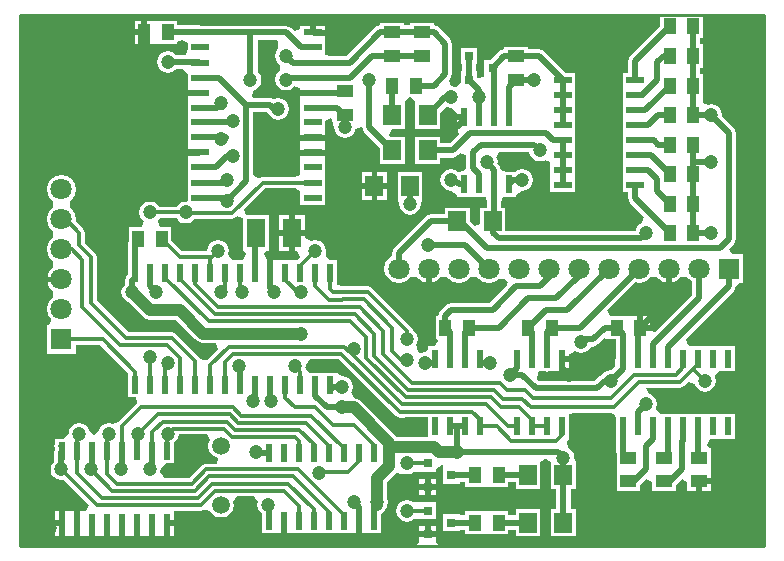
<source format=gtl>
G04 Layer_Physical_Order=1*
G04 Layer_Color=255*
%FSLAX42Y42*%
%MOMM*%
G71*
G01*
G75*
%ADD10R,1.00X1.40*%
%ADD11R,1.60X2.40*%
%ADD12R,0.60X1.50*%
%ADD13R,1.40X1.00*%
%ADD14R,1.50X1.70*%
%ADD15R,0.80X0.80*%
%ADD16R,1.50X0.60*%
%ADD17C,0.50*%
%ADD18C,0.30*%
%ADD19C,1.00*%
%ADD20C,0.80*%
%ADD21C,0.25*%
%ADD22R,1.80X1.80*%
%ADD23C,1.80*%
%ADD24C,1.50*%
%ADD25R,1.80X1.80*%
%ADD26C,1.20*%
G36*
X2187Y4275D02*
X2185Y4215D01*
X2165Y4185D01*
X2158Y4150D01*
X2165Y4115D01*
X2185Y4085D01*
X2196Y4078D01*
X2196Y4022D01*
X2185Y4015D01*
X2165Y3985D01*
X2158Y3950D01*
X2165Y3915D01*
X2185Y3885D01*
X2215Y3865D01*
X2250Y3858D01*
X2285Y3865D01*
X2315Y3885D01*
X2321Y3895D01*
X2371Y3879D01*
X2371Y3865D01*
X2476D01*
Y3815D01*
X2371D01*
Y3781D01*
X2371Y3731D01*
X2371Y3653D01*
X2371Y3603D01*
X2371Y3526D01*
X2371Y3484D01*
X2476D01*
X2581D01*
Y3519D01*
X2581Y3569D01*
Y3601D01*
X2631Y3627D01*
X2644Y3618D01*
X2650Y3570D01*
X2650D01*
X2663Y3525D01*
X2665Y3515D01*
X2685Y3485D01*
X2715Y3465D01*
X2750Y3458D01*
X2785Y3465D01*
X2815Y3485D01*
X2835Y3515D01*
X2838Y3531D01*
X2889Y3550D01*
X2891Y3548D01*
X2908Y3508D01*
X3045Y3371D01*
Y3235D01*
X3255D01*
Y3465D01*
X3137D01*
X3122Y3485D01*
X3146Y3535D01*
X3255D01*
Y3756D01*
X3260Y3769D01*
X3291Y3800D01*
X3309D01*
X3345Y3765D01*
X3345Y3750D01*
Y3535D01*
X3555D01*
Y3671D01*
X3606Y3721D01*
X3615Y3715D01*
X3650Y3708D01*
X3699Y3669D01*
Y3661D01*
X3760D01*
Y3611D01*
X3699D01*
Y3531D01*
X3699D01*
X3717Y3489D01*
X3638Y3410D01*
X3555D01*
Y3465D01*
X3345D01*
Y3235D01*
X3555D01*
Y3290D01*
X3662D01*
X3704Y3308D01*
X3725Y3329D01*
X3775Y3308D01*
Y3202D01*
X3756Y3174D01*
X3706Y3170D01*
X3685Y3185D01*
X3650Y3192D01*
X3615Y3185D01*
X3585Y3165D01*
X3565Y3135D01*
X3558Y3100D01*
X3565Y3065D01*
X3585Y3035D01*
X3615Y3015D01*
X3650Y3008D01*
X3699Y2969D01*
Y2959D01*
X3819D01*
X3819Y2959D01*
X3827D01*
Y2959D01*
X3869Y2959D01*
X3940D01*
X3954Y2912D01*
X3953Y2865D01*
X3895D01*
Y2730D01*
X3849Y2710D01*
X3805Y2754D01*
Y2865D01*
X3595D01*
Y2810D01*
X3475D01*
X3433Y2792D01*
X3164Y2523D01*
X3146Y2481D01*
Y2455D01*
X3119Y2437D01*
X3093Y2397D01*
X3084Y2350D01*
X3093Y2303D01*
X3119Y2263D01*
X3159Y2237D01*
X3206Y2228D01*
X3253Y2237D01*
X3293Y2263D01*
X3304Y2281D01*
X3362D01*
X3373Y2263D01*
X3413Y2237D01*
X3435Y2233D01*
Y2350D01*
X3485D01*
Y2233D01*
X3507Y2237D01*
X3547Y2263D01*
X3558Y2281D01*
X3616D01*
X3627Y2263D01*
X3667Y2237D01*
X3714Y2228D01*
X3761Y2237D01*
X3801Y2263D01*
X3812Y2281D01*
X3870D01*
X3881Y2263D01*
X3921Y2237D01*
X3968Y2228D01*
X4015Y2237D01*
X4055Y2263D01*
X4109Y2260D01*
X4130Y2234D01*
X4126Y2210D01*
X3975Y2060D01*
X3650D01*
X3608Y2042D01*
X3558Y1992D01*
X3540Y1950D01*
X3520D01*
Y1750D01*
X3530D01*
X3538Y1741D01*
X3514Y1691D01*
X3449D01*
Y1662D01*
X3425Y1642D01*
X3396Y1636D01*
X3384Y1638D01*
X3368Y1648D01*
X3355Y1708D01*
X3360Y1715D01*
X3367Y1750D01*
X3360Y1785D01*
X3340Y1815D01*
X3323Y1826D01*
X3309Y1859D01*
X2983Y2186D01*
X2949Y2200D01*
X2731D01*
X2685Y2211D01*
Y2421D01*
X2616D01*
X2591Y2456D01*
X2586Y2471D01*
X2592Y2500D01*
X2585Y2535D01*
X2565Y2565D01*
X2535Y2585D01*
X2500Y2592D01*
X2465Y2585D01*
X2460Y2582D01*
X2410Y2608D01*
Y2625D01*
X2325D01*
Y2500D01*
X2345D01*
X2366Y2452D01*
X2343Y2422D01*
X2305Y2421D01*
Y2421D01*
X2227D01*
X2184Y2421D01*
X2143Y2421D01*
Y2316D01*
X2093D01*
Y2421D01*
X2092D01*
X2066Y2471D01*
X2085Y2500D01*
X2110D01*
Y2800D01*
X1913D01*
X1892Y2850D01*
X2072Y3030D01*
X2329D01*
X2371Y3011D01*
X2371Y2968D01*
Y2892D01*
X2581D01*
Y2968D01*
X2581Y3011D01*
X2581Y3061D01*
X2581Y3138D01*
X2581Y3189D01*
X2581Y3265D01*
X2581Y3307D01*
X2476D01*
X2371D01*
Y3272D01*
X2371Y3222D01*
X2371Y3145D01*
X2329Y3127D01*
X2052D01*
X2025Y3116D01*
X1996Y3127D01*
X1975Y3141D01*
Y3675D01*
X2090D01*
X2100Y3666D01*
X2100Y3665D01*
X2120Y3635D01*
X2150Y3615D01*
X2185Y3608D01*
X2220Y3615D01*
X2250Y3635D01*
X2270Y3665D01*
X2277Y3700D01*
X2270Y3735D01*
X2250Y3765D01*
X2220Y3785D01*
X2185Y3792D01*
X2150Y3785D01*
X2146Y3782D01*
X2115Y3795D01*
X1968D01*
X1959Y3809D01*
X1983Y3865D01*
X1985Y3865D01*
X2015Y3885D01*
X2035Y3915D01*
X2042Y3950D01*
X2035Y3985D01*
X2015Y4015D01*
X2010Y4018D01*
Y4289D01*
X2176D01*
X2187Y4275D01*
D02*
G37*
G36*
X6300Y0D02*
X3558D01*
X3520Y30D01*
X3520Y50D01*
Y75D01*
X3450D01*
Y100D01*
D01*
Y75D01*
X3380D01*
Y50D01*
X3380Y30D01*
X3342Y0D01*
X0D01*
Y4500D01*
X5420D01*
Y4404D01*
X5359Y4343D01*
X5162Y4146D01*
X5144Y4104D01*
X5145Y4101D01*
Y4004D01*
X5100D01*
Y3885D01*
X5100Y3885D01*
Y3877D01*
X5100D01*
X5100Y3835D01*
Y3758D01*
X5100Y3758D01*
Y3750D01*
X5100D01*
X5100Y3708D01*
Y3631D01*
X5100Y3631D01*
Y3623D01*
X5100D01*
X5100Y3581D01*
Y3504D01*
X5100D01*
Y3496D01*
X5100D01*
Y3377D01*
X5100D01*
Y3369D01*
X5100D01*
Y3250D01*
X5100D01*
Y3242D01*
X5100D01*
Y3166D01*
X5100Y3123D01*
X5100D01*
Y3115D01*
X5100D01*
Y2995D01*
X5145D01*
Y2949D01*
X5144Y2946D01*
X5162Y2904D01*
X5278Y2788D01*
X5265Y2736D01*
X5262Y2733D01*
X5235Y2715D01*
X5215Y2685D01*
X5211Y2665D01*
X4105D01*
Y2865D01*
X4074D01*
X4073Y2912D01*
X4087Y2959D01*
X4124Y2959D01*
X4201D01*
Y2969D01*
X4250Y3008D01*
X4285Y3015D01*
X4315Y3035D01*
X4335Y3065D01*
X4342Y3100D01*
X4335Y3135D01*
X4315Y3165D01*
X4285Y3185D01*
X4250Y3192D01*
X4215Y3185D01*
X4192Y3169D01*
X4119D01*
X4073Y3186D01*
X4063Y3212D01*
X4056Y3229D01*
X4041Y3244D01*
X4042Y3250D01*
X4035Y3285D01*
X4031Y3290D01*
X4058Y3340D01*
X4310D01*
X4315Y3315D01*
X4335Y3285D01*
X4365Y3265D01*
X4400Y3258D01*
X4435Y3265D01*
X4440Y3269D01*
X4490Y3249D01*
Y3242D01*
X4490D01*
Y3123D01*
X4490D01*
Y3115D01*
X4490D01*
Y2995D01*
X4700D01*
Y3115D01*
X4700D01*
Y3123D01*
X4700D01*
Y3242D01*
X4700D01*
Y3250D01*
X4700D01*
Y3369D01*
X4700D01*
Y3377D01*
X4700D01*
Y3453D01*
X4700Y3496D01*
X4700D01*
Y3504D01*
X4700D01*
Y3623D01*
X4700D01*
Y3631D01*
X4700D01*
Y3750D01*
X4700D01*
Y3758D01*
X4700D01*
Y3877D01*
X4700D01*
Y3885D01*
X4700D01*
Y4004D01*
X4619D01*
X4432Y4192D01*
X4390Y4210D01*
X4300D01*
Y4230D01*
X4100D01*
Y4210D01*
X4058Y4192D01*
X3986Y4120D01*
X3930D01*
Y3980D01*
X3930D01*
X3929Y3976D01*
X3872Y3962D01*
X3870Y3964D01*
Y4020D01*
X3860D01*
Y4080D01*
X3870D01*
Y4220D01*
X3730D01*
Y4080D01*
X3740D01*
Y4020D01*
X3730D01*
Y3920D01*
X3690Y3890D01*
X3647Y3898D01*
X3627Y3943D01*
X3642Y3958D01*
X3660Y4000D01*
Y4250D01*
X3642Y4292D01*
X3542Y4392D01*
X3500Y4410D01*
Y4430D01*
X3300D01*
Y4410D01*
X3250D01*
Y4430D01*
X3050D01*
Y4410D01*
X3008Y4392D01*
X2770Y4154D01*
X2628D01*
X2581Y4162D01*
Y4238D01*
X2581Y4281D01*
X2581D01*
Y4288D01*
X2581D01*
Y4323D01*
X2476D01*
Y4348D01*
X2451D01*
Y4408D01*
X2371D01*
Y4378D01*
X2325Y4359D01*
X2294Y4391D01*
X2251Y4408D01*
X1629D01*
Y4408D01*
X1525D01*
X1522Y4410D01*
X1330D01*
Y4450D01*
X1180D01*
X1170Y4450D01*
X1130D01*
X1120Y4450D01*
X1075D01*
Y4350D01*
Y4250D01*
X1120D01*
X1130Y4250D01*
X1170D01*
X1180Y4250D01*
X1330D01*
Y4268D01*
X1370Y4285D01*
X1419Y4263D01*
X1419Y4238D01*
Y4206D01*
X1401Y4161D01*
X1370Y4160D01*
X1318Y4160D01*
X1315Y4165D01*
X1285Y4185D01*
X1250Y4192D01*
X1215Y4185D01*
X1185Y4165D01*
X1165Y4135D01*
X1158Y4100D01*
X1165Y4065D01*
X1185Y4035D01*
X1215Y4015D01*
X1250Y4008D01*
X1285Y4015D01*
X1315Y4035D01*
X1318Y4040D01*
X1369Y4040D01*
X1375Y4040D01*
X1416Y4001D01*
X1419Y3994D01*
X1419Y3985D01*
Y3908D01*
X1419D01*
Y3900D01*
X1419D01*
Y3865D01*
X1524D01*
Y3815D01*
X1419D01*
Y3781D01*
X1419Y3781D01*
Y3773D01*
X1419D01*
X1419Y3731D01*
Y3653D01*
X1419D01*
Y3646D01*
X1419D01*
Y3526D01*
X1419D01*
Y3519D01*
X1419D01*
Y3442D01*
X1419Y3399D01*
X1419Y3357D01*
X1524D01*
Y3307D01*
X1419D01*
Y3272D01*
X1419Y3222D01*
Y3145D01*
X1419D01*
Y3138D01*
X1419D01*
Y3018D01*
X1419D01*
Y3011D01*
X1419D01*
Y2932D01*
X1400Y2917D01*
X1365Y2910D01*
X1335Y2890D01*
X1324Y2874D01*
X1176D01*
X1165Y2890D01*
X1135Y2910D01*
X1100Y2917D01*
X1065Y2910D01*
X1035Y2890D01*
X1015Y2860D01*
X1008Y2825D01*
X1015Y2790D01*
X1035Y2760D01*
X1050Y2750D01*
X1035Y2700D01*
X920D01*
Y2587D01*
X915Y2575D01*
Y2421D01*
X915D01*
Y2295D01*
X908Y2292D01*
X890Y2250D01*
Y2218D01*
X885Y2215D01*
X865Y2185D01*
X858Y2150D01*
X865Y2115D01*
X885Y2085D01*
X915Y2065D01*
X921Y2064D01*
X1042Y1942D01*
X1069Y1925D01*
X1100Y1918D01*
X1316D01*
X1492Y1742D01*
X1519Y1725D01*
X1550Y1718D01*
X1659D01*
X1678Y1672D01*
X1579Y1573D01*
X1570Y1572D01*
X1558Y1573D01*
X1526Y1581D01*
X1517Y1602D01*
X1319Y1799D01*
X1285Y1814D01*
X915D01*
X649Y2080D01*
Y2450D01*
X634Y2484D01*
X549Y2570D01*
Y2650D01*
X534Y2684D01*
X469Y2750D01*
X472Y2766D01*
X463Y2813D01*
X437Y2853D01*
X419Y2864D01*
Y2922D01*
X437Y2933D01*
X463Y2973D01*
X472Y3020D01*
X463Y3067D01*
X437Y3107D01*
X397Y3133D01*
X350Y3142D01*
X303Y3133D01*
X263Y3107D01*
X237Y3067D01*
X228Y3020D01*
X237Y2973D01*
X263Y2933D01*
X281Y2922D01*
Y2864D01*
X263Y2853D01*
X237Y2813D01*
X228Y2766D01*
X237Y2719D01*
X263Y2679D01*
X281Y2668D01*
Y2610D01*
X263Y2599D01*
X237Y2559D01*
X228Y2512D01*
X237Y2465D01*
X263Y2425D01*
X281Y2414D01*
Y2356D01*
X263Y2345D01*
X237Y2305D01*
X233Y2283D01*
X350D01*
Y2233D01*
X233D01*
X237Y2211D01*
X263Y2171D01*
X281Y2160D01*
Y2102D01*
X263Y2091D01*
X237Y2051D01*
X228Y2004D01*
X237Y1957D01*
X262Y1920D01*
X259Y1906D01*
X245Y1870D01*
X230D01*
Y1630D01*
X470D01*
Y1701D01*
X680D01*
X915Y1467D01*
Y1259D01*
X979D01*
X990Y1213D01*
X990Y1209D01*
X837Y1056D01*
X829Y1048D01*
X785Y1035D01*
X750Y1042D01*
X715Y1035D01*
X685Y1015D01*
X665Y985D01*
X661Y963D01*
X625Y945D01*
X589Y963D01*
X585Y985D01*
X565Y1015D01*
X535Y1035D01*
X500Y1042D01*
X465Y1035D01*
X435Y1015D01*
X415Y985D01*
X410Y957D01*
X408Y950D01*
X368Y912D01*
X365Y910D01*
X356Y914D01*
X345Y910D01*
X295D01*
Y861D01*
X290Y849D01*
X295Y837D01*
Y811D01*
X290Y799D01*
Y718D01*
X285Y715D01*
X265Y685D01*
X258Y650D01*
X265Y615D01*
X285Y585D01*
X315Y565D01*
X350Y558D01*
X369Y562D01*
X581Y350D01*
X560Y300D01*
X507Y300D01*
Y195D01*
Y90D01*
X543D01*
X584Y90D01*
Y195D01*
X634D01*
Y90D01*
X670D01*
X711Y90D01*
Y195D01*
X761D01*
Y90D01*
X797D01*
X839Y90D01*
Y195D01*
X889D01*
Y90D01*
X923D01*
X965Y90D01*
Y195D01*
X1015D01*
Y90D01*
X1051D01*
X1093Y90D01*
Y195D01*
X1143D01*
Y90D01*
X1177D01*
X1219Y90D01*
Y195D01*
X1244D01*
Y220D01*
X1305D01*
Y251D01*
X1305Y300D01*
X1354Y301D01*
X1530D01*
X1550Y309D01*
X1578Y309D01*
X1612Y292D01*
X1624Y274D01*
X1659Y251D01*
X1700Y243D01*
X1741Y251D01*
X1776Y274D01*
X1799Y309D01*
X1807Y350D01*
X1803Y371D01*
X1834Y421D01*
X1979D01*
X1990Y410D01*
X2012Y371D01*
X2008Y350D01*
X2015Y315D01*
X2035Y285D01*
X2045Y278D01*
Y109D01*
X2123D01*
X2165Y109D01*
Y109D01*
X2173D01*
Y109D01*
X2208D01*
Y214D01*
X2258D01*
Y109D01*
X2292D01*
Y109D01*
X2300D01*
Y109D01*
X2419D01*
X2419Y109D01*
X2427D01*
Y109D01*
X2469Y109D01*
X2546D01*
X2547Y109D01*
X2554D01*
Y109D01*
X2597Y109D01*
X2673D01*
Y109D01*
X2681D01*
Y109D01*
X2758D01*
X2800Y109D01*
X2842Y109D01*
Y214D01*
X2892D01*
Y109D01*
X2927D01*
X2977Y109D01*
X3055D01*
Y274D01*
X3056Y275D01*
X3083Y292D01*
X3100Y319D01*
X3102Y329D01*
X3110Y340D01*
X3117Y375D01*
X3110Y410D01*
X3107Y415D01*
Y541D01*
X3171Y606D01*
X3186Y617D01*
X3240Y615D01*
X3275Y608D01*
X3310Y615D01*
X3330Y629D01*
X3380Y630D01*
Y630D01*
X3520D01*
Y655D01*
X3570Y690D01*
X3579Y687D01*
X3580Y670D01*
X3580Y668D01*
Y530D01*
X3720D01*
Y540D01*
X3770D01*
Y500D01*
X3920D01*
X3930Y500D01*
X3970D01*
X3980Y500D01*
X4130D01*
Y540D01*
X4195D01*
Y485D01*
X4405D01*
Y690D01*
X4405Y715D01*
X4444Y740D01*
X4456D01*
X4495Y715D01*
Y485D01*
X4540D01*
Y315D01*
X4495D01*
Y85D01*
X4705D01*
Y315D01*
X4660D01*
Y485D01*
X4705D01*
Y669D01*
X4705Y715D01*
X4693Y749D01*
X4685Y785D01*
X4677Y797D01*
X4665Y815D01*
X4635Y835D01*
X4634Y885D01*
X4651Y909D01*
X4651D01*
Y1119D01*
X4698Y1126D01*
X4998D01*
X5027Y1122D01*
X5046Y1081D01*
Y909D01*
X5046D01*
Y795D01*
X5050Y785D01*
Y670D01*
X5050Y670D01*
Y630D01*
X5050D01*
X5050Y620D01*
Y470D01*
X5250D01*
Y516D01*
X5300Y566D01*
X5350Y545D01*
Y470D01*
X5550D01*
Y516D01*
X5600Y566D01*
X5650Y545D01*
Y470D01*
X5725D01*
Y550D01*
X5750D01*
Y575D01*
X5850D01*
Y630D01*
X5850Y630D01*
Y670D01*
X5850D01*
X5850Y680D01*
Y830D01*
X5834D01*
X5816Y859D01*
X5841Y909D01*
X5928Y909D01*
X5978Y909D01*
X6054D01*
Y1119D01*
X5978D01*
X5935Y1119D01*
X5885Y1119D01*
X5808Y1119D01*
X5758Y1119D01*
X5681D01*
Y1119D01*
X5673D01*
Y1119D01*
X5597D01*
X5553Y1119D01*
Y1119D01*
X5546D01*
Y1119D01*
X5426D01*
Y1119D01*
X5419D01*
X5390Y1157D01*
X5387Y1162D01*
X5386Y1169D01*
X5392Y1200D01*
X5385Y1235D01*
X5365Y1265D01*
X5335Y1285D01*
X5328Y1286D01*
X5299Y1338D01*
X5299Y1339D01*
X5300Y1341D01*
X5590D01*
X5624Y1356D01*
X5659Y1390D01*
X5713Y1374D01*
X5715Y1365D01*
X5735Y1335D01*
X5765Y1315D01*
X5800Y1308D01*
X5835Y1315D01*
X5865Y1335D01*
X5885Y1365D01*
X5892Y1400D01*
X5886Y1431D01*
X5887Y1438D01*
X5914Y1481D01*
X5978Y1481D01*
X6054D01*
Y1691D01*
X5978D01*
X5935Y1691D01*
X5885Y1691D01*
X5808D01*
X5808Y1691D01*
X5800D01*
Y1691D01*
X5758Y1691D01*
X5724D01*
X5681Y1691D01*
Y1691D01*
X5673D01*
X5654Y1700D01*
X5641Y1757D01*
X6042Y2158D01*
X6060Y2200D01*
X6095Y2230D01*
X6120D01*
Y2470D01*
X6025D01*
X6004Y2520D01*
X6042Y2558D01*
X6060Y2600D01*
Y3500D01*
X6042Y3542D01*
X5941Y3644D01*
X5942Y3650D01*
X5935Y3685D01*
X5915Y3715D01*
X5885Y3735D01*
X5850Y3742D01*
X5830Y3738D01*
X5780Y3750D01*
X5780Y3800D01*
X5780D01*
Y4000D01*
X5760D01*
Y4050D01*
X5780D01*
Y4250D01*
X5760D01*
Y4300D01*
X5780D01*
Y4500D01*
X6300D01*
Y0D01*
D02*
G37*
G36*
X1890Y2777D02*
Y2500D01*
X1896D01*
X1915Y2471D01*
X1889Y2421D01*
X1804D01*
Y2421D01*
X1797D01*
X1766Y2456D01*
X1761Y2471D01*
X1767Y2500D01*
X1760Y2535D01*
X1740Y2565D01*
X1710Y2585D01*
X1675Y2592D01*
X1640Y2585D01*
X1610Y2565D01*
X1590Y2535D01*
X1583Y2500D01*
X1582Y2499D01*
X1370D01*
X1280Y2589D01*
Y2700D01*
X1186D01*
X1166Y2750D01*
X1188Y2776D01*
X1324D01*
X1335Y2760D01*
X1365Y2740D01*
X1400Y2733D01*
X1435Y2740D01*
X1465Y2760D01*
X1472Y2771D01*
X1793D01*
X1828Y2786D01*
X1840Y2798D01*
X1890Y2777D01*
D02*
G37*
G36*
X5517Y2233D02*
X5539Y2237D01*
X5579Y2263D01*
X5590Y2281D01*
X5648D01*
X5659Y2263D01*
X5690Y2243D01*
Y2125D01*
X5376Y1810D01*
X5341Y1825D01*
X5250D01*
Y1850D01*
X5225D01*
Y1950D01*
X5170D01*
X5170Y1950D01*
X5130D01*
Y1950D01*
X5120Y1950D01*
X4993D01*
X4972Y2000D01*
X5206Y2234D01*
X5238Y2228D01*
X5285Y2237D01*
X5325Y2263D01*
X5336Y2281D01*
X5394D01*
X5405Y2263D01*
X5445Y2237D01*
X5467Y2233D01*
Y2350D01*
X5517D01*
Y2233D01*
D02*
G37*
G36*
X4970Y1750D02*
Y1750D01*
X5046D01*
Y1691D01*
X5046D01*
Y1592D01*
X5040Y1580D01*
Y1525D01*
X5006Y1491D01*
X5000Y1492D01*
X4965Y1485D01*
X4935Y1465D01*
X4924Y1449D01*
X4908Y1442D01*
X4908Y1442D01*
X4860Y1395D01*
X4390D01*
X4379Y1405D01*
X4383Y1468D01*
X4397Y1481D01*
X4403D01*
Y1481D01*
X4453D01*
X4463Y1476D01*
X4474Y1481D01*
X4524Y1481D01*
X4565Y1481D01*
Y1586D01*
X4590D01*
Y1611D01*
X4651D01*
Y1628D01*
X4653Y1630D01*
X4701Y1650D01*
X4715Y1640D01*
X4750Y1633D01*
X4785Y1640D01*
X4815Y1660D01*
X4835Y1690D01*
X4835Y1690D01*
X4850D01*
X4892Y1708D01*
X4945Y1760D01*
X4970Y1750D01*
D02*
G37*
G36*
X3182Y1099D02*
X3216Y1085D01*
X3253D01*
X3268Y1091D01*
X3449D01*
Y922D01*
X3190D01*
X3183Y933D01*
X2883Y1233D01*
X2856Y1250D01*
X2829Y1256D01*
X2820Y1269D01*
X2804Y1307D01*
X2810Y1315D01*
X2817Y1350D01*
X2810Y1385D01*
X2790Y1415D01*
X2760Y1435D01*
X2725Y1442D01*
X2685Y1469D01*
Y1469D01*
X2566D01*
X2566Y1469D01*
X2558D01*
Y1469D01*
X2516Y1469D01*
X2447D01*
X2421Y1499D01*
X2415Y1517D01*
X2417Y1525D01*
X2416Y1531D01*
X2451Y1581D01*
X2700D01*
X3182Y1099D01*
D02*
G37*
G36*
X1605Y896D02*
X1601Y891D01*
X1593Y850D01*
X1601Y809D01*
X1624Y774D01*
X1659Y751D01*
X1671Y749D01*
X1666Y699D01*
X1576D01*
X1541Y684D01*
X1436Y579D01*
X1221D01*
X1210Y590D01*
X1188Y629D01*
X1192Y650D01*
X1231Y700D01*
X1305D01*
Y878D01*
X1315Y885D01*
X1335Y915D01*
X1341Y946D01*
X1578D01*
X1605Y896D01*
D02*
G37*
%LPC*%
G36*
X2581Y3434D02*
X2476D01*
X2371D01*
Y3399D01*
X2371Y3357D01*
X2476D01*
X2581D01*
Y3392D01*
X2581Y3434D01*
D02*
G37*
G36*
X3105Y3165D02*
X3025D01*
Y3075D01*
X3105D01*
Y3165D01*
D02*
G37*
G36*
X2975D02*
X2895D01*
Y3075D01*
X2975D01*
Y3165D01*
D02*
G37*
G36*
X3105Y3025D02*
X3025D01*
Y2935D01*
X3105D01*
Y3025D01*
D02*
G37*
G36*
X2975D02*
X2895D01*
Y2935D01*
X2975D01*
Y3025D01*
D02*
G37*
G36*
X3405Y3165D02*
X3195D01*
Y2981D01*
X3195Y2935D01*
X3207Y2901D01*
X3215Y2865D01*
X3223Y2853D01*
X3235Y2835D01*
X3265Y2815D01*
X3300Y2808D01*
X3335Y2815D01*
X3365Y2835D01*
X3385Y2865D01*
X3393Y2901D01*
X3405Y2935D01*
X3405Y2981D01*
Y3165D01*
D02*
G37*
G36*
X2410Y2800D02*
X2325D01*
Y2675D01*
X2410D01*
Y2800D01*
D02*
G37*
G36*
X2275D02*
X2190D01*
Y2675D01*
X2275D01*
Y2800D01*
D02*
G37*
G36*
Y2625D02*
X2190D01*
Y2500D01*
X2275D01*
Y2625D01*
D02*
G37*
G36*
X1025Y4450D02*
X970D01*
Y4375D01*
X1025D01*
Y4450D01*
D02*
G37*
G36*
X2581Y4408D02*
X2501D01*
Y4373D01*
X2581D01*
Y4408D01*
D02*
G37*
G36*
X1025Y4325D02*
X970D01*
Y4250D01*
X1025D01*
Y4325D01*
D02*
G37*
G36*
X3520Y570D02*
X3475D01*
Y525D01*
X3520D01*
Y570D01*
D02*
G37*
G36*
X3425D02*
X3380D01*
Y525D01*
X3425D01*
Y570D01*
D02*
G37*
G36*
X5850Y525D02*
X5775D01*
Y470D01*
X5850D01*
Y525D01*
D02*
G37*
G36*
X3520Y475D02*
X3475D01*
Y430D01*
X3520D01*
Y475D01*
D02*
G37*
G36*
X3425D02*
X3380D01*
Y430D01*
X3425D01*
Y475D01*
D02*
G37*
G36*
X4405Y315D02*
X4195D01*
Y260D01*
X4130D01*
Y300D01*
X3980D01*
X3970Y300D01*
X3930D01*
X3920Y300D01*
X3770D01*
Y260D01*
X3720D01*
Y270D01*
X3580D01*
Y130D01*
X3720D01*
Y140D01*
X3770D01*
Y100D01*
X3920D01*
X3930Y100D01*
X3970D01*
X3980Y100D01*
X4130D01*
Y140D01*
X4195D01*
Y85D01*
X4405D01*
Y315D01*
D02*
G37*
G36*
X331Y300D02*
X295D01*
Y220D01*
X331D01*
Y300D01*
D02*
G37*
G36*
X3275Y392D02*
X3240Y385D01*
X3210Y365D01*
X3190Y335D01*
X3183Y300D01*
X3190Y265D01*
X3210Y235D01*
X3240Y215D01*
X3275Y208D01*
X3310Y215D01*
X3330Y229D01*
X3380Y230D01*
Y230D01*
X3520D01*
Y370D01*
X3380D01*
X3380Y370D01*
X3330Y371D01*
X3310Y385D01*
X3275Y392D01*
D02*
G37*
G36*
X3520Y170D02*
X3475D01*
Y125D01*
X3520D01*
Y170D01*
D02*
G37*
G36*
X3425D02*
X3380D01*
Y125D01*
X3425D01*
Y170D01*
D02*
G37*
G36*
X1305Y170D02*
X1269D01*
Y90D01*
X1305D01*
Y170D01*
D02*
G37*
G36*
X331D02*
X295D01*
Y90D01*
X331D01*
Y170D01*
D02*
G37*
G36*
X422Y300D02*
X381Y300D01*
Y195D01*
Y90D01*
X416Y90D01*
X457Y90D01*
Y195D01*
Y300D01*
X422D01*
D02*
G37*
G36*
X5330Y1950D02*
X5275D01*
Y1875D01*
X5330D01*
Y1950D01*
D02*
G37*
G36*
X4651Y1561D02*
X4615D01*
Y1481D01*
X4651D01*
Y1561D01*
D02*
G37*
%LPD*%
D10*
X1000Y2600D02*
D03*
X1200D02*
D03*
X5500Y4400D02*
D03*
X5700D02*
D03*
X5500Y4150D02*
D03*
X5700D02*
D03*
X5500Y3900D02*
D03*
X5700D02*
D03*
X5500Y3650D02*
D03*
X5700D02*
D03*
X5500Y2650D02*
D03*
X5700D02*
D03*
X5500Y2900D02*
D03*
X5700D02*
D03*
X5500Y3400D02*
D03*
X5700D02*
D03*
X5500Y3150D02*
D03*
X5700D02*
D03*
X4050Y200D02*
D03*
X3850D02*
D03*
X4050Y600D02*
D03*
X3850D02*
D03*
X3600Y1850D02*
D03*
X3800D02*
D03*
X4300D02*
D03*
X4500D02*
D03*
X5250D02*
D03*
X5050D02*
D03*
X3350Y3900D02*
D03*
X3150D02*
D03*
X1050Y4350D02*
D03*
X1250D02*
D03*
D11*
X2300Y2650D02*
D03*
X2000D02*
D03*
D12*
X2106Y214D02*
D03*
Y786D02*
D03*
X2994Y214D02*
D03*
X2867D02*
D03*
X2741D02*
D03*
X2614D02*
D03*
X2486D02*
D03*
X2359D02*
D03*
X2233D02*
D03*
Y786D02*
D03*
X2359D02*
D03*
X2486D02*
D03*
X2614D02*
D03*
X2741D02*
D03*
X2867D02*
D03*
X2994D02*
D03*
X974Y1364D02*
D03*
X1102D02*
D03*
X1228D02*
D03*
X1356D02*
D03*
X1482D02*
D03*
X1609D02*
D03*
X1736D02*
D03*
X2625D02*
D03*
X2499D02*
D03*
X2372D02*
D03*
X2244D02*
D03*
X2117D02*
D03*
X1991D02*
D03*
X1864D02*
D03*
Y2316D02*
D03*
X1991D02*
D03*
X2117D02*
D03*
X2244D02*
D03*
X2372D02*
D03*
X2499D02*
D03*
X2625D02*
D03*
X1736D02*
D03*
X1609D02*
D03*
X1482D02*
D03*
X1356D02*
D03*
X1228D02*
D03*
X1102D02*
D03*
X974D02*
D03*
X3510Y1586D02*
D03*
X3637D02*
D03*
X3763D02*
D03*
X3890D02*
D03*
Y1014D02*
D03*
X3763D02*
D03*
X3637D02*
D03*
X3510D02*
D03*
X4210Y1586D02*
D03*
X4337D02*
D03*
X4463D02*
D03*
X4590D02*
D03*
Y1014D02*
D03*
X4463D02*
D03*
X4337D02*
D03*
X4210D02*
D03*
X5994Y1586D02*
D03*
Y1014D02*
D03*
X5106Y1586D02*
D03*
X5233D02*
D03*
X5360D02*
D03*
X5487D02*
D03*
X5613D02*
D03*
X5740D02*
D03*
X5867D02*
D03*
Y1014D02*
D03*
X5740D02*
D03*
X5613D02*
D03*
X5487D02*
D03*
X5360D02*
D03*
X5233D02*
D03*
X5106D02*
D03*
X4140Y3636D02*
D03*
X4013D02*
D03*
X3887D02*
D03*
X3760D02*
D03*
Y3064D02*
D03*
X3887D02*
D03*
X4013D02*
D03*
X4140D02*
D03*
X1244Y805D02*
D03*
Y195D02*
D03*
X356Y805D02*
D03*
X482D02*
D03*
X609D02*
D03*
X736D02*
D03*
X864D02*
D03*
X990D02*
D03*
X1118D02*
D03*
Y195D02*
D03*
X990D02*
D03*
X864D02*
D03*
X736D02*
D03*
X609D02*
D03*
X482D02*
D03*
X356D02*
D03*
D13*
X4200Y3950D02*
D03*
Y4150D02*
D03*
X5150Y750D02*
D03*
Y550D02*
D03*
X5450Y750D02*
D03*
Y550D02*
D03*
X5750D02*
D03*
Y750D02*
D03*
X3400Y4150D02*
D03*
Y4350D02*
D03*
X3150D02*
D03*
Y4150D02*
D03*
X2750Y3850D02*
D03*
Y3650D02*
D03*
D14*
X4300Y200D02*
D03*
X4600D02*
D03*
X4300Y600D02*
D03*
X4600D02*
D03*
X3000Y3050D02*
D03*
X3300D02*
D03*
X3150Y3350D02*
D03*
X3450D02*
D03*
X3150Y3650D02*
D03*
X3450D02*
D03*
X4000Y2750D02*
D03*
X3700D02*
D03*
D15*
X3650Y600D02*
D03*
X3450Y500D02*
D03*
Y700D02*
D03*
X3650Y200D02*
D03*
X3450Y100D02*
D03*
Y300D02*
D03*
X4000Y4050D02*
D03*
X3800Y3950D02*
D03*
Y4150D02*
D03*
D16*
X5205Y3056D02*
D03*
Y3183D02*
D03*
Y3310D02*
D03*
Y3437D02*
D03*
Y3563D02*
D03*
Y3690D02*
D03*
Y3817D02*
D03*
X4595D02*
D03*
Y3690D02*
D03*
Y3563D02*
D03*
Y3437D02*
D03*
Y3310D02*
D03*
Y3183D02*
D03*
Y3056D02*
D03*
X5205Y3944D02*
D03*
X4595D02*
D03*
X1524Y2951D02*
D03*
Y3078D02*
D03*
Y3206D02*
D03*
Y4094D02*
D03*
Y3967D02*
D03*
Y3840D02*
D03*
Y3713D02*
D03*
Y3587D02*
D03*
Y3460D02*
D03*
Y3333D02*
D03*
X2476Y3840D02*
D03*
Y3967D02*
D03*
Y4094D02*
D03*
Y4222D02*
D03*
Y4349D02*
D03*
Y3713D02*
D03*
Y3587D02*
D03*
Y3460D02*
D03*
Y3333D02*
D03*
Y3206D02*
D03*
Y3078D02*
D03*
Y2951D02*
D03*
X1524Y4349D02*
D03*
Y4222D02*
D03*
D17*
X1300Y3333D02*
X1524D01*
X974Y2275D02*
Y2316D01*
Y2575D01*
X1000Y2600D01*
X3700Y800D02*
X4550D01*
X4600Y750D01*
X4365Y1335D02*
X4885D01*
X4250Y1450D02*
X4365Y1335D01*
X4150Y1450D02*
X4250D01*
X2117Y2183D02*
Y2316D01*
X2300Y2625D02*
Y2650D01*
X2117Y2316D02*
Y2442D01*
X3950Y2525D02*
X5925D01*
X3725Y2750D02*
X3950Y2525D01*
X3475Y2750D02*
X3725D01*
X3450Y2550D02*
X3450Y2550D01*
X3650Y3126D02*
X3712Y3064D01*
X3450Y2550D02*
X3768D01*
X3968Y2350D01*
X3206Y2481D02*
X3475Y2750D01*
X3206Y2350D02*
Y2481D01*
X4000Y2655D02*
Y2750D01*
Y2655D02*
X4050Y2605D01*
X5255D01*
X2600Y1175D02*
X2725D01*
X2500Y1275D02*
X2600Y1175D01*
X2500Y1275D02*
Y1362D01*
X2499Y1364D02*
X2500Y1362D01*
X2650Y1350D02*
X2725D01*
X2625Y1326D02*
X2650Y1350D01*
X2625Y1326D02*
Y1364D01*
X2117Y1257D02*
X2150Y1225D01*
X1102Y2199D02*
Y2316D01*
Y2199D02*
X1150Y2150D01*
X950D02*
Y2250D01*
X2499Y1364D02*
Y1374D01*
X3700Y850D02*
Y1014D01*
X4590Y1510D02*
X4650Y1450D01*
X4885Y1335D02*
X4950Y1400D01*
X5000D01*
X6000Y2200D02*
Y2350D01*
X5487Y1686D02*
X6000Y2200D01*
X5750Y2100D02*
Y2346D01*
X5360Y1709D02*
X5750Y2100D01*
X5360Y1659D02*
Y1709D01*
X3700Y1014D02*
X3763D01*
X3637D02*
X3700D01*
X3300Y2900D02*
Y3050D01*
X2950Y3550D02*
Y3950D01*
Y3550D02*
X3150Y3350D01*
X1524Y4349D02*
X1950D01*
Y3950D02*
Y4349D01*
X1991Y2641D02*
X2000Y2650D01*
X2975Y4150D02*
X3150D01*
X2792Y3967D02*
X2975Y4150D01*
X2476Y4094D02*
X2794D01*
X3050Y4350D01*
X3150D01*
X1850Y1525D02*
X1864Y1511D01*
Y1364D02*
Y1511D01*
X1991Y1215D02*
Y1364D01*
X1975Y1200D02*
X1991Y1215D01*
X3150Y4150D02*
X3150Y4150D01*
X2476Y3967D02*
X2792D01*
X2825Y375D02*
X2867Y333D01*
Y214D02*
Y333D01*
X2994Y319D02*
X3025Y350D01*
X2994Y214D02*
Y319D01*
X3900Y1550D02*
X3975D01*
X3890Y1540D02*
X3900Y1550D01*
X3890Y1540D02*
Y1586D01*
X3510Y1540D02*
Y1586D01*
X3500Y1550D02*
X3510Y1540D01*
X3425Y1550D02*
X3500D01*
X2000Y800D02*
X2014Y786D01*
X2106D01*
X2100Y350D02*
X2100Y350D01*
X2100D01*
X2106Y344D01*
Y214D02*
Y344D01*
X2125Y1225D02*
X2150D01*
X2117Y1257D02*
Y1364D01*
X1975Y1200D02*
Y1225D01*
X5106Y795D02*
X5150Y750D01*
X5106Y795D02*
Y1014D01*
X5150Y550D02*
X5200D01*
X5300Y650D01*
Y850D01*
X5360Y910D01*
Y1014D01*
X5450Y750D02*
X5487Y786D01*
Y1014D01*
X5450Y550D02*
X5500D01*
X5600Y650D01*
Y886D01*
X5613Y900D01*
Y1014D01*
X5740Y759D02*
X5750Y750D01*
X5740Y759D02*
Y1014D01*
X5487Y1586D02*
Y1686D01*
X5360Y1586D02*
Y1709D01*
X5746Y2350D02*
X5750Y2346D01*
X3637Y1536D02*
Y1814D01*
X3600Y1850D02*
X3637Y1814D01*
X3763Y1536D02*
Y1814D01*
X3800Y1850D01*
X4337Y1536D02*
Y1814D01*
X4300Y1850D02*
X4337Y1814D01*
X4463Y1536D02*
Y1814D01*
X4500Y1850D01*
X4300Y1848D02*
Y1850D01*
X4730Y2290D02*
Y2350D01*
X4500Y1850D02*
X4738D01*
X5238Y2350D01*
X4634Y2000D02*
X4984Y2350D01*
X4300Y1848D02*
X4452Y2000D01*
X4634D01*
X4540Y2100D02*
X4730Y2290D01*
X4400Y2200D02*
X4476Y2276D01*
Y2350D01*
X5233Y1536D02*
Y1833D01*
X5250Y1850D01*
X5492Y2092D01*
X5106Y1536D02*
Y1794D01*
X5050Y1850D02*
X5106Y1794D01*
X4210Y1510D02*
Y1586D01*
X4150Y1450D02*
X4210Y1510D01*
X4590Y1510D02*
Y1586D01*
X5000Y1400D02*
X5100Y1500D01*
Y1580D01*
X5106Y1586D01*
X5233Y1132D02*
X5300Y1200D01*
X5233Y1014D02*
Y1132D01*
X4600Y200D02*
Y600D01*
Y750D01*
X4050Y600D02*
X4300D01*
X4050Y200D02*
X4300D01*
X3650Y600D02*
X3850D01*
X3650Y200D02*
X3850D01*
X1524Y3078D02*
X1728D01*
X1750Y3100D01*
X1524Y2951D02*
X1724D01*
X1750Y2925D01*
X1524Y3206D02*
X1656D01*
X1991Y2326D02*
Y2641D01*
X1400Y4100D02*
X1518D01*
X1524Y4094D01*
X1250Y4100D02*
X1400Y4100D01*
X1400Y4100D01*
X2267Y3967D02*
X2476D01*
X2306Y4094D02*
X2476D01*
X2250Y3950D02*
X2267Y3967D01*
X2250Y4150D02*
X2306Y4094D01*
X2250Y4150D02*
X2250D01*
X1750Y3300D02*
X1800D01*
X1656Y3206D02*
X1750Y3300D01*
X1731Y3450D02*
X1741Y3460D01*
X1700Y3450D02*
X1731D01*
X1700Y3730D02*
X1715Y3715D01*
X1700Y3730D02*
Y3750D01*
X1664Y3713D02*
X1700Y3750D01*
X1524Y3713D02*
X1664D01*
X1786Y3587D02*
X1800Y3600D01*
X1524Y3587D02*
X1786D01*
X1691Y3460D02*
X1700Y3450D01*
X1524Y3460D02*
X1691D01*
X1250Y4350D02*
X1522D01*
X1524Y4349D01*
X2251D02*
X2378Y4222D01*
X2476D01*
X1950Y4349D02*
X2251D01*
X1524Y3967D02*
X1683D01*
X1915Y3735D01*
Y3090D02*
Y3735D01*
X1750Y2925D02*
X1915Y3090D01*
X2741Y3840D02*
X2750Y3850D01*
X2476Y3840D02*
X2741D01*
X2686Y3713D02*
X2750Y3650D01*
X2476Y3713D02*
X2686D01*
X1915Y3735D02*
X2115D01*
X2150Y3700D01*
X2185D01*
X2750Y3550D02*
Y3650D01*
X4000Y4050D02*
X4100Y4150D01*
X4200D01*
X4000Y4050D02*
X4013Y4037D01*
Y3636D02*
Y4037D01*
X3800Y3950D02*
X3887Y3863D01*
X3800Y3950D02*
Y4150D01*
X4140Y3636D02*
Y3890D01*
X4200Y3950D01*
Y4150D02*
X4390D01*
X4595Y3944D01*
Y3563D02*
Y3690D01*
Y3817D01*
Y3944D01*
Y3056D02*
Y3183D01*
Y3310D01*
Y3437D01*
X4200Y3950D02*
X4350D01*
X4000Y2750D02*
X4013Y2764D01*
Y3064D01*
X4140D02*
X4176Y3100D01*
X4250D01*
X3760Y3610D02*
Y3636D01*
X3650Y3100D02*
Y3126D01*
X3712Y3064D02*
X3760D01*
X3700Y3550D02*
X3760Y3610D01*
X3650Y3550D02*
X3700D01*
X4013Y3064D02*
Y3186D01*
X3950Y3250D02*
X4013Y3186D01*
X3887Y3636D02*
Y3800D01*
Y3863D01*
X4594Y3435D02*
X4595Y3437D01*
X5205Y3563D02*
X5313D01*
X5400Y3650D01*
X5500D01*
X5205Y3437D02*
X5363D01*
X5400Y3400D01*
X5500D01*
X5205Y3310D02*
X5340D01*
X5500Y3150D01*
X5205Y3045D02*
Y3056D01*
X5204Y2946D02*
X5401Y2749D01*
X5205Y3944D02*
Y4005D01*
X5204Y4104D02*
X5401Y4301D01*
X5700Y3650D02*
Y3900D01*
Y4150D01*
Y4400D01*
Y2650D02*
Y2900D01*
Y3150D01*
Y3650D02*
X5850D01*
X5700Y2650D02*
X5850D01*
X3812Y3500D02*
X4450D01*
X4515Y3435D01*
X4594D01*
X3887Y3064D02*
Y3151D01*
X3835Y3202D02*
X3887Y3151D01*
X3835Y3202D02*
Y3335D01*
X3900Y3400D01*
X4350D01*
X4400Y3350D01*
X5700Y3250D02*
X5850D01*
X5700Y3150D02*
Y3250D01*
Y3400D01*
X5925Y2525D02*
X6000Y2600D01*
Y3500D01*
X5850Y3650D02*
X6000Y3500D01*
X5255Y2605D02*
X5300Y2650D01*
X3800Y1850D02*
X4050D01*
X4300Y2100D01*
X4540D01*
X3600Y1850D02*
Y1950D01*
X4200Y2200D02*
X4400D01*
X3600Y1950D02*
X3650Y2000D01*
X4000D01*
X4200Y2200D01*
X2117Y2183D02*
X2150Y2150D01*
X2150D01*
Y2150D02*
Y2150D01*
X1360Y3840D02*
X1524D01*
X1350Y3850D02*
X1360Y3840D01*
X2150Y2150D02*
X2151Y2151D01*
X4950Y1850D02*
X5050D01*
X4850Y1750D02*
X4950Y1850D01*
X4750Y1725D02*
Y1750D01*
X4850D01*
X5450Y4150D02*
X5500D01*
X5205Y3183D02*
X5317D01*
X5395Y4095D02*
X5450Y4150D01*
X5317Y3183D02*
X5395Y3105D01*
Y3005D02*
Y3105D01*
Y3005D02*
X5500Y2900D01*
X5205Y3690D02*
X5290D01*
X5500Y3900D01*
X5205Y3817D02*
X5267D01*
X5395Y3945D01*
Y4095D01*
X5204Y2946D02*
X5205Y2945D01*
X5401Y2749D02*
X5500Y2650D01*
X5205Y2945D02*
Y3056D01*
X5204Y4104D02*
X5205Y4105D01*
X5401Y4301D02*
X5500Y4400D01*
X5205Y3944D02*
Y4105D01*
X3662Y3350D02*
X3812Y3500D01*
X5492Y2092D02*
Y2350D01*
X3450Y3350D02*
X3662D01*
X3450Y3650D02*
X3600Y3800D01*
X3650D01*
X3150Y3650D02*
Y3900D01*
X3350D02*
X3500D01*
X3600Y4000D01*
Y4250D01*
X3500Y4350D02*
X3600Y4250D01*
X3400Y4350D02*
X3500D01*
X3150D02*
X3400D01*
X3150Y4150D02*
X3400D01*
X1118Y668D02*
Y805D01*
X1100Y650D02*
X1118Y668D01*
X864Y664D02*
Y805D01*
X850Y650D02*
X864Y664D01*
X609Y659D02*
Y805D01*
X600Y650D02*
X609Y659D01*
X350Y849D02*
X356Y855D01*
X350Y650D02*
Y799D01*
X990Y805D02*
Y940D01*
D18*
X3225Y1575D02*
X3275D01*
X2649Y2151D02*
X2949D01*
X2625Y2175D02*
X2649Y2151D01*
X2615Y2085D02*
X2728D01*
X2499Y2201D02*
X2615Y2085D01*
X2499Y2201D02*
Y2316D01*
X2372Y1364D02*
Y1478D01*
X2325Y1525D02*
X2372Y1478D01*
X1805Y1630D02*
X2720D01*
X1765Y1690D02*
X2745D01*
X1595Y1905D02*
X2795D01*
X1228Y2272D02*
X1595Y1905D01*
X1650Y1965D02*
X2835D01*
X1356Y2260D02*
X1650Y1965D01*
X1675Y2025D02*
X2875D01*
X1482Y2217D02*
X1675Y2025D01*
X2375Y2125D02*
Y2150D01*
X2797Y1637D02*
X2850Y1585D01*
X2745Y1690D02*
X2793Y1642D01*
X2825Y1665D02*
Y1673D01*
X2797Y1637D02*
X2825Y1665D01*
X2850Y1585D02*
X3235Y1200D01*
X2720Y1630D02*
X3216Y1134D01*
X3260Y1140D02*
X3825D01*
X3253Y1134D02*
X3260Y1140D01*
X3216Y1134D02*
X3253D01*
X2930Y1595D02*
Y1770D01*
X2795Y1905D02*
X2930Y1770D01*
X3000Y1610D02*
Y1800D01*
X2835Y1965D02*
X3000Y1800D01*
X2930Y1595D02*
X3265Y1260D01*
X3000Y1610D02*
X3125Y1485D01*
X2875Y2025D02*
X3075Y1825D01*
Y1625D02*
Y1825D01*
Y1625D02*
X3155Y1545D01*
X2909Y2091D02*
X3150Y1850D01*
Y1651D02*
Y1850D01*
Y1651D02*
X3226Y1576D01*
X2949Y2151D02*
X3275Y1825D01*
Y1750D02*
Y1825D01*
X2728Y2085D02*
X2734Y2091D01*
X2909D01*
X3125Y1485D02*
X3285Y1325D01*
X3155Y1545D02*
X3315Y1385D01*
X3225Y1575D02*
X3226Y1576D01*
X5700Y1500D02*
X5740Y1540D01*
X5590Y1390D02*
X5700Y1500D01*
X5800Y1400D01*
X1625Y2450D02*
X1675Y2500D01*
X1350Y2450D02*
X1625D01*
X1200Y2600D02*
X1350Y2450D01*
X4345Y1255D02*
X5005D01*
X4275Y1325D02*
X4345Y1255D01*
X4125Y1325D02*
X4275D01*
X4325Y1175D02*
X5025D01*
X4250Y1250D02*
X4325Y1175D01*
X4085Y1250D02*
X4250D01*
X4337Y1014D02*
Y1064D01*
X4225Y1175D02*
X4337Y1064D01*
X4075Y1175D02*
X4225D01*
X2994Y786D02*
Y856D01*
X2825Y1025D02*
X2994Y856D01*
X2650Y1025D02*
X2825D01*
X500Y2550D02*
X600Y2450D01*
Y2060D02*
Y2450D01*
Y2060D02*
X895Y1765D01*
X438Y2512D02*
X525Y2425D01*
Y2025D02*
Y2425D01*
Y2025D02*
X845Y1705D01*
X1400Y2820D02*
X1793D01*
X1100Y2825D02*
X1395D01*
X1609Y2434D02*
X1675Y2500D01*
X1609Y2316D02*
Y2434D01*
X2372Y2372D02*
X2500Y2500D01*
X1165Y1115D02*
X1774D01*
X1000Y950D02*
X1165Y1115D01*
X1025Y1175D02*
X1799D01*
X864Y1014D02*
X1025Y1175D01*
X1725Y995D02*
X1795Y925D01*
X1295Y995D02*
X1725D01*
X1250Y950D02*
X1295Y995D01*
X1750Y1055D02*
X1820Y985D01*
X1207Y1055D02*
X1750D01*
X1132Y980D02*
X1207Y1055D01*
X1774Y1115D02*
X1844Y1045D01*
X1799Y1175D02*
X1869Y1105D01*
X2500Y1175D02*
X2650Y1025D01*
X2325Y1175D02*
X2500D01*
X2463Y1105D02*
X2741Y827D01*
X1869Y1105D02*
X2463D01*
X2420Y1045D02*
X2614Y852D01*
X1844Y1045D02*
X2420D01*
X2244Y1256D02*
Y1364D01*
Y1256D02*
X2325Y1175D01*
X2525Y625D02*
X2775D01*
X2528Y621D02*
Y622D01*
X2525Y625D02*
X2528Y622D01*
X2775Y625D02*
X2867Y718D01*
Y786D01*
X3990Y1260D02*
X4075Y1175D01*
X4010Y1325D02*
X4085Y1250D01*
X5005Y1255D02*
X5044Y1294D01*
X4065Y1385D02*
X4125Y1325D01*
X5025Y1175D02*
X5240Y1390D01*
X3285Y1325D02*
X4010D01*
X3315Y1385D02*
X4065D01*
X4133Y1014D02*
X4210D01*
X3947Y1200D02*
X4133Y1014D01*
X3890D02*
Y1074D01*
X3825Y1140D02*
X3890Y1074D01*
X5240Y1390D02*
X5590D01*
X5200Y1450D02*
X5550D01*
X5044Y1294D02*
X5200Y1450D01*
X350Y2766D02*
X384D01*
X500Y2650D01*
Y2550D02*
Y2650D01*
X895Y1765D02*
X1285D01*
X1482Y1568D01*
Y1364D02*
Y1568D01*
X350Y2512D02*
X438D01*
X845Y1705D02*
X1245D01*
X1356Y1594D01*
Y1364D02*
Y1594D01*
X350Y1750D02*
X700D01*
X974Y1476D01*
Y1364D02*
Y1476D01*
X1228Y1528D02*
X1250Y1550D01*
X1228Y1364D02*
Y1528D01*
X1100Y1600D02*
X1102Y1598D01*
Y1364D02*
Y1598D01*
X1700Y2150D02*
X1736Y2186D01*
Y2316D01*
X1864Y2161D02*
X1875Y2150D01*
X1864Y2161D02*
Y2316D01*
X2372D02*
Y2372D01*
X2052Y3078D02*
X2476D01*
X1793Y2820D02*
X2052Y3078D01*
X2244Y2256D02*
X2375Y2125D01*
X2244Y2256D02*
Y2316D01*
X3235Y1200D02*
X3947D01*
X3265Y1260D02*
X3990D01*
X1609Y1535D02*
X1765Y1690D01*
X1736Y1561D02*
X1805Y1630D01*
X1736Y1364D02*
Y1561D01*
X1609Y1364D02*
Y1535D01*
X3275Y700D02*
X3450D01*
X2625Y2175D02*
Y2316D01*
X3275Y300D02*
X3450D01*
X4590Y939D02*
Y1014D01*
X4538Y887D02*
X4590Y939D01*
X4531Y894D02*
X4538Y887D01*
X4156Y894D02*
X4531D01*
X4036Y1014D02*
X4156Y894D01*
X3890Y1014D02*
X4036D01*
X4337D02*
X4463D01*
X1228Y2272D02*
Y2316D01*
X5740Y1540D02*
Y1586D01*
X1356Y2260D02*
Y2316D01*
X5613Y1514D02*
Y1586D01*
X5550Y1450D02*
X5613Y1514D01*
X1482Y2217D02*
Y2316D01*
X2741Y786D02*
Y827D01*
X2614Y786D02*
Y852D01*
X2486Y786D02*
Y864D01*
X2365Y985D02*
X2486Y864D01*
X1820Y985D02*
X2365D01*
X2359Y786D02*
Y890D01*
X2325Y925D02*
X2359Y890D01*
X1795Y925D02*
X2325D01*
X2230Y470D02*
X2359Y340D01*
X2270Y530D02*
X2486Y313D01*
X2310Y590D02*
X2614Y287D01*
X2350Y650D02*
X2741Y260D01*
X650Y350D02*
X1530D01*
X350Y650D02*
X650Y350D01*
X692Y410D02*
X1505D01*
X482Y619D02*
X692Y410D01*
X482Y619D02*
Y805D01*
X780Y470D02*
X1481D01*
X600Y650D02*
X780Y470D01*
X822Y530D02*
X1456D01*
X736Y615D02*
X822Y530D01*
X736Y615D02*
Y805D01*
X2486Y214D02*
Y313D01*
X2614Y214D02*
Y287D01*
X2741Y214D02*
Y260D01*
X2359Y214D02*
Y340D01*
X1650Y470D02*
X2230D01*
X1625Y530D02*
X2270D01*
X1601Y590D02*
X2310D01*
X1530Y350D02*
X1650Y470D01*
X1505Y410D02*
X1625Y530D01*
X1481Y470D02*
X1601Y590D01*
X1576Y650D02*
X2350D01*
X1456Y530D02*
X1576Y650D01*
X736Y805D02*
Y936D01*
X750Y950D01*
X482Y805D02*
Y932D01*
X500Y950D01*
X1244Y805D02*
Y944D01*
X1250Y950D01*
X1118Y805D02*
Y968D01*
X990Y940D02*
X1000Y950D01*
X864Y805D02*
Y1014D01*
X1118Y968D02*
X1130Y980D01*
X1132D01*
D19*
X1550Y1800D02*
X2375D01*
X3125Y675D02*
Y840D01*
X3025Y575D02*
X3125Y675D01*
X3025Y375D02*
Y575D01*
X3125Y840D02*
Y875D01*
X2825Y1175D02*
X3125Y875D01*
X2725Y1175D02*
X2825D01*
X1350Y2000D02*
X1550Y1800D01*
X1100Y2000D02*
X1350D01*
X950Y2150D02*
X1100Y2000D01*
X3125Y840D02*
X3503D01*
X3025Y350D02*
Y375D01*
X3503Y840D02*
X3543Y800D01*
X3700D01*
X1050Y4150D02*
Y4350D01*
Y4150D02*
X1100Y4100D01*
D20*
X1250Y1875D02*
X1305D01*
X1530Y1650D01*
X1550D01*
D21*
X0Y0D02*
Y4500D01*
X6300D01*
Y0D02*
Y4500D01*
X0Y0D02*
X6300D01*
D22*
X350Y1750D02*
D03*
D23*
Y2004D02*
D03*
Y2258D02*
D03*
Y2512D02*
D03*
Y2766D02*
D03*
Y3020D02*
D03*
X5746Y2350D02*
D03*
X5492D02*
D03*
X5238D02*
D03*
X4984D02*
D03*
X4730D02*
D03*
X3968D02*
D03*
X4222D02*
D03*
X4476D02*
D03*
X3206D02*
D03*
X3460D02*
D03*
X3714D02*
D03*
D24*
X1700Y850D02*
D03*
Y350D02*
D03*
D25*
X6000Y2350D02*
D03*
D26*
X3100Y1100D02*
D03*
X2375Y1800D02*
D03*
X2325Y1525D02*
D03*
X2375Y2150D02*
D03*
X900Y2825D02*
D03*
X2825Y1673D02*
D03*
X3275Y1750D02*
D03*
X5800Y1400D02*
D03*
X1300Y3350D02*
D03*
X2900Y2700D02*
D03*
X3350Y2000D02*
D03*
X4900Y150D02*
D03*
X1700D02*
D03*
X4850Y4350D02*
D03*
X2800D02*
D03*
X250Y150D02*
D03*
Y4350D02*
D03*
X6050Y150D02*
D03*
Y4350D02*
D03*
X2250Y3200D02*
D03*
X1100Y2825D02*
D03*
X1400Y2825D02*
D03*
X1675Y2500D02*
D03*
X2500D02*
D03*
X3450Y2550D02*
D03*
X2528Y621D02*
D03*
X2725Y1175D02*
D03*
Y1350D02*
D03*
X950Y2150D02*
D03*
X1150D02*
D03*
X4650Y1450D02*
D03*
X3700Y800D02*
D03*
X3300Y2900D02*
D03*
X1250Y1550D02*
D03*
X1100Y1600D02*
D03*
X1700Y2150D02*
D03*
X1875D02*
D03*
X2950Y3950D02*
D03*
X1950D02*
D03*
X1850Y1525D02*
D03*
X2825Y375D02*
D03*
X3025D02*
D03*
X3275Y700D02*
D03*
Y300D02*
D03*
Y1575D02*
D03*
X3975Y1550D02*
D03*
X3425D02*
D03*
X2000Y800D02*
D03*
X2100Y350D02*
D03*
X2125Y1225D02*
D03*
X1975D02*
D03*
X4150Y1450D02*
D03*
X5000Y1400D02*
D03*
X5300Y1200D02*
D03*
X4600Y750D02*
D03*
X1750Y3100D02*
D03*
Y2925D02*
D03*
X1250Y4100D02*
D03*
X2250Y3950D02*
D03*
X2250Y4150D02*
D03*
X1800Y3300D02*
D03*
X1700Y3450D02*
D03*
X1800Y3600D02*
D03*
X1700Y3750D02*
D03*
X2185Y3700D02*
D03*
X2750Y3550D02*
D03*
X4350Y3950D02*
D03*
X4250Y3100D02*
D03*
X3650D02*
D03*
Y3550D02*
D03*
X3950Y3250D02*
D03*
X3887Y3800D02*
D03*
X5850Y3650D02*
D03*
Y2650D02*
D03*
X4400Y3350D02*
D03*
X5850Y3250D02*
D03*
X5300Y2650D02*
D03*
X1350Y3850D02*
D03*
X1100Y4100D02*
D03*
X2151Y2151D02*
D03*
X4750Y1725D02*
D03*
X3650Y3800D02*
D03*
X1100Y650D02*
D03*
X850D02*
D03*
X600D02*
D03*
X350D02*
D03*
X1000Y950D02*
D03*
X750D02*
D03*
X500D02*
D03*
X1250D02*
D03*
X2250Y2950D02*
D03*
X1450Y800D02*
D03*
X1550Y1650D02*
D03*
M02*

</source>
